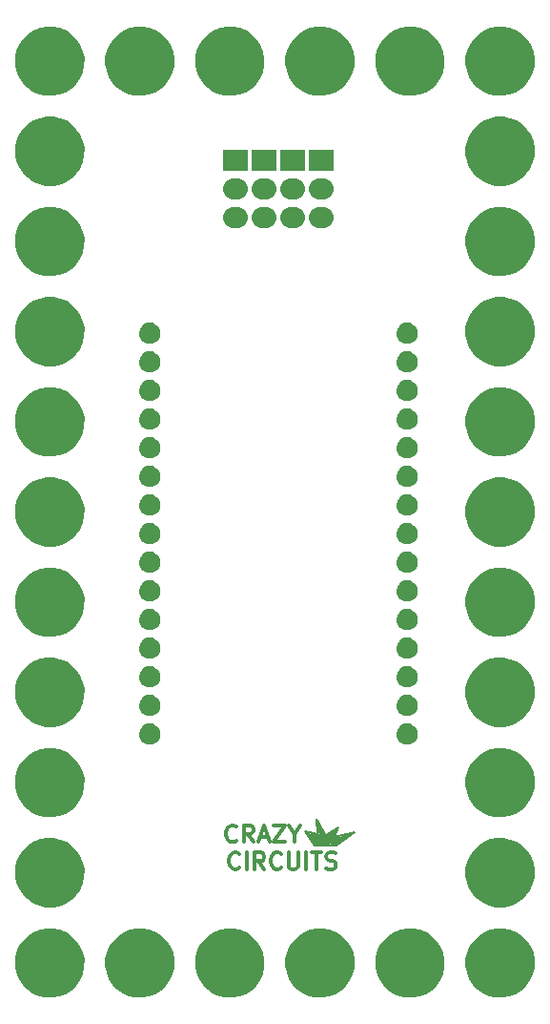
<source format=gts>
%TF.GenerationSoftware,KiCad,Pcbnew,4.0.7-e2-6376~58~ubuntu16.04.1*%
%TF.CreationDate,2018-07-18T10:10:47-07:00*%
%TF.ProjectId,6x11-NodeMCU-V2-Breakout,367831312D4E6F64654D43552D56322D,1.0*%
%TF.FileFunction,Soldermask,Top*%
%FSLAX46Y46*%
G04 Gerber Fmt 4.6, Leading zero omitted, Abs format (unit mm)*
G04 Created by KiCad (PCBNEW 4.0.7-e2-6376~58~ubuntu16.04.1) date Wed Jul 18 10:10:47 2018*
%MOMM*%
%LPD*%
G01*
G04 APERTURE LIST*
%ADD10C,0.350000*%
%ADD11C,0.300000*%
%ADD12C,0.152400*%
%ADD13C,0.254000*%
G04 APERTURE END LIST*
D10*
D11*
X58789572Y-97055714D02*
X58718143Y-97127143D01*
X58503857Y-97198571D01*
X58361000Y-97198571D01*
X58146715Y-97127143D01*
X58003857Y-96984286D01*
X57932429Y-96841429D01*
X57861000Y-96555714D01*
X57861000Y-96341429D01*
X57932429Y-96055714D01*
X58003857Y-95912857D01*
X58146715Y-95770000D01*
X58361000Y-95698571D01*
X58503857Y-95698571D01*
X58718143Y-95770000D01*
X58789572Y-95841429D01*
X59432429Y-97198571D02*
X59432429Y-95698571D01*
X61003858Y-97198571D02*
X60503858Y-96484286D01*
X60146715Y-97198571D02*
X60146715Y-95698571D01*
X60718143Y-95698571D01*
X60861001Y-95770000D01*
X60932429Y-95841429D01*
X61003858Y-95984286D01*
X61003858Y-96198571D01*
X60932429Y-96341429D01*
X60861001Y-96412857D01*
X60718143Y-96484286D01*
X60146715Y-96484286D01*
X62503858Y-97055714D02*
X62432429Y-97127143D01*
X62218143Y-97198571D01*
X62075286Y-97198571D01*
X61861001Y-97127143D01*
X61718143Y-96984286D01*
X61646715Y-96841429D01*
X61575286Y-96555714D01*
X61575286Y-96341429D01*
X61646715Y-96055714D01*
X61718143Y-95912857D01*
X61861001Y-95770000D01*
X62075286Y-95698571D01*
X62218143Y-95698571D01*
X62432429Y-95770000D01*
X62503858Y-95841429D01*
X63146715Y-95698571D02*
X63146715Y-96912857D01*
X63218143Y-97055714D01*
X63289572Y-97127143D01*
X63432429Y-97198571D01*
X63718143Y-97198571D01*
X63861001Y-97127143D01*
X63932429Y-97055714D01*
X64003858Y-96912857D01*
X64003858Y-95698571D01*
X64718144Y-97198571D02*
X64718144Y-95698571D01*
X65218144Y-95698571D02*
X66075287Y-95698571D01*
X65646716Y-97198571D02*
X65646716Y-95698571D01*
X66503858Y-97127143D02*
X66718144Y-97198571D01*
X67075287Y-97198571D01*
X67218144Y-97127143D01*
X67289573Y-97055714D01*
X67361001Y-96912857D01*
X67361001Y-96770000D01*
X67289573Y-96627143D01*
X67218144Y-96555714D01*
X67075287Y-96484286D01*
X66789573Y-96412857D01*
X66646715Y-96341429D01*
X66575287Y-96270000D01*
X66503858Y-96127143D01*
X66503858Y-95984286D01*
X66575287Y-95841429D01*
X66646715Y-95770000D01*
X66789573Y-95698571D01*
X67146715Y-95698571D01*
X67361001Y-95770000D01*
X58547287Y-94642714D02*
X58475858Y-94714143D01*
X58261572Y-94785571D01*
X58118715Y-94785571D01*
X57904430Y-94714143D01*
X57761572Y-94571286D01*
X57690144Y-94428429D01*
X57618715Y-94142714D01*
X57618715Y-93928429D01*
X57690144Y-93642714D01*
X57761572Y-93499857D01*
X57904430Y-93357000D01*
X58118715Y-93285571D01*
X58261572Y-93285571D01*
X58475858Y-93357000D01*
X58547287Y-93428429D01*
X60047287Y-94785571D02*
X59547287Y-94071286D01*
X59190144Y-94785571D02*
X59190144Y-93285571D01*
X59761572Y-93285571D01*
X59904430Y-93357000D01*
X59975858Y-93428429D01*
X60047287Y-93571286D01*
X60047287Y-93785571D01*
X59975858Y-93928429D01*
X59904430Y-93999857D01*
X59761572Y-94071286D01*
X59190144Y-94071286D01*
X60618715Y-94357000D02*
X61333001Y-94357000D01*
X60475858Y-94785571D02*
X60975858Y-93285571D01*
X61475858Y-94785571D01*
X61833001Y-93285571D02*
X62833001Y-93285571D01*
X61833001Y-94785571D01*
X62833001Y-94785571D01*
X63690143Y-94071286D02*
X63690143Y-94785571D01*
X63190143Y-93285571D02*
X63690143Y-94071286D01*
X64190143Y-93285571D01*
D12*
X68580000Y-94043500D02*
X67437000Y-94996000D01*
X67246500Y-94996000D02*
X68580000Y-94043500D01*
X68199000Y-94170500D02*
X67246500Y-94996000D01*
X67119500Y-94932500D02*
X68199000Y-94170500D01*
X68008500Y-94234000D02*
X67119500Y-94932500D01*
X66865500Y-94996000D02*
X68008500Y-94234000D01*
X67691000Y-94361000D02*
X66865500Y-94996000D01*
X66738500Y-94932500D02*
X67691000Y-94361000D01*
X67500500Y-94361000D02*
X66738500Y-94932500D01*
X66738500Y-94805500D02*
X67500500Y-94361000D01*
X67246500Y-94361000D02*
X66738500Y-94805500D01*
X66675000Y-94678500D02*
X67246500Y-94361000D01*
X67246500Y-94170500D02*
X66675000Y-94678500D01*
X67246500Y-94043500D02*
X66611500Y-94551500D01*
X67373500Y-93853000D02*
X66548000Y-94424500D01*
X67373500Y-93726000D02*
X66548000Y-94297500D01*
D13*
X65532000Y-94932500D02*
X64897000Y-94043500D01*
D12*
X67437000Y-95059500D02*
X65468500Y-95059500D01*
X69024500Y-93916500D02*
X67437000Y-95059500D01*
X67246500Y-94361000D02*
X69024500Y-93916500D01*
X67564000Y-93472000D02*
X67246500Y-94361000D01*
X66484500Y-94170500D02*
X67564000Y-93472000D01*
X65659000Y-92710000D02*
X66484500Y-94234000D01*
X65722500Y-94107000D02*
X65659000Y-92710000D01*
X64643000Y-93853000D02*
X65722500Y-94107000D01*
X65468500Y-95059500D02*
X64643000Y-93853000D01*
D13*
X65722500Y-94932500D02*
X65087500Y-94043500D01*
X65913000Y-94932500D02*
X65341500Y-94107000D01*
X66040000Y-94932500D02*
X65595500Y-94170500D01*
X66294000Y-94932500D02*
X65849500Y-94107000D01*
X66484500Y-94932500D02*
X65913000Y-93853000D01*
X66675000Y-94932500D02*
X65786000Y-93218000D01*
X65849500Y-93916500D02*
X65786000Y-93091000D01*
D10*
G36*
X42264510Y-102427447D02*
X42855455Y-102548751D01*
X43411598Y-102782532D01*
X43911734Y-103119878D01*
X44336821Y-103547943D01*
X44670666Y-104050421D01*
X44900556Y-104608176D01*
X45017664Y-105199614D01*
X45017664Y-105199624D01*
X45017731Y-105199963D01*
X45008110Y-105889016D01*
X45008033Y-105889354D01*
X45008033Y-105889362D01*
X44874457Y-106477301D01*
X44629085Y-107028416D01*
X44281337Y-107521378D01*
X43844462Y-107937409D01*
X43335100Y-108260661D01*
X42772654Y-108478819D01*
X42178547Y-108583576D01*
X41575403Y-108570942D01*
X40986200Y-108441397D01*
X40433382Y-108199877D01*
X39938007Y-107855582D01*
X39518937Y-107421623D01*
X39192138Y-106914530D01*
X38970056Y-106353614D01*
X38861155Y-105760258D01*
X38869577Y-105157041D01*
X38995006Y-104566947D01*
X39232659Y-104012458D01*
X39573491Y-103514688D01*
X40004512Y-103092600D01*
X40509313Y-102762268D01*
X41068659Y-102536277D01*
X41661245Y-102423236D01*
X42264510Y-102427447D01*
X42264510Y-102427447D01*
G37*
G36*
X50264510Y-102427447D02*
X50855455Y-102548751D01*
X51411598Y-102782532D01*
X51911734Y-103119878D01*
X52336821Y-103547943D01*
X52670666Y-104050421D01*
X52900556Y-104608176D01*
X53017664Y-105199614D01*
X53017664Y-105199624D01*
X53017731Y-105199963D01*
X53008110Y-105889016D01*
X53008033Y-105889354D01*
X53008033Y-105889362D01*
X52874457Y-106477301D01*
X52629085Y-107028416D01*
X52281337Y-107521378D01*
X51844462Y-107937409D01*
X51335100Y-108260661D01*
X50772654Y-108478819D01*
X50178547Y-108583576D01*
X49575403Y-108570942D01*
X48986200Y-108441397D01*
X48433382Y-108199877D01*
X47938007Y-107855582D01*
X47518937Y-107421623D01*
X47192138Y-106914530D01*
X46970056Y-106353614D01*
X46861155Y-105760258D01*
X46869577Y-105157041D01*
X46995006Y-104566947D01*
X47232659Y-104012458D01*
X47573491Y-103514688D01*
X48004512Y-103092600D01*
X48509313Y-102762268D01*
X49068659Y-102536277D01*
X49661245Y-102423236D01*
X50264510Y-102427447D01*
X50264510Y-102427447D01*
G37*
G36*
X66264510Y-102427447D02*
X66855455Y-102548751D01*
X67411598Y-102782532D01*
X67911734Y-103119878D01*
X68336821Y-103547943D01*
X68670666Y-104050421D01*
X68900556Y-104608176D01*
X69017664Y-105199614D01*
X69017664Y-105199624D01*
X69017731Y-105199963D01*
X69008110Y-105889016D01*
X69008033Y-105889354D01*
X69008033Y-105889362D01*
X68874457Y-106477301D01*
X68629085Y-107028416D01*
X68281337Y-107521378D01*
X67844462Y-107937409D01*
X67335100Y-108260661D01*
X66772654Y-108478819D01*
X66178547Y-108583576D01*
X65575403Y-108570942D01*
X64986200Y-108441397D01*
X64433382Y-108199877D01*
X63938007Y-107855582D01*
X63518937Y-107421623D01*
X63192138Y-106914530D01*
X62970056Y-106353614D01*
X62861155Y-105760258D01*
X62869577Y-105157041D01*
X62995006Y-104566947D01*
X63232659Y-104012458D01*
X63573491Y-103514688D01*
X64004512Y-103092600D01*
X64509313Y-102762268D01*
X65068659Y-102536277D01*
X65661245Y-102423236D01*
X66264510Y-102427447D01*
X66264510Y-102427447D01*
G37*
G36*
X58264510Y-102427447D02*
X58855455Y-102548751D01*
X59411598Y-102782532D01*
X59911734Y-103119878D01*
X60336821Y-103547943D01*
X60670666Y-104050421D01*
X60900556Y-104608176D01*
X61017664Y-105199614D01*
X61017664Y-105199624D01*
X61017731Y-105199963D01*
X61008110Y-105889016D01*
X61008033Y-105889354D01*
X61008033Y-105889362D01*
X60874457Y-106477301D01*
X60629085Y-107028416D01*
X60281337Y-107521378D01*
X59844462Y-107937409D01*
X59335100Y-108260661D01*
X58772654Y-108478819D01*
X58178547Y-108583576D01*
X57575403Y-108570942D01*
X56986200Y-108441397D01*
X56433382Y-108199877D01*
X55938007Y-107855582D01*
X55518937Y-107421623D01*
X55192138Y-106914530D01*
X54970056Y-106353614D01*
X54861155Y-105760258D01*
X54869577Y-105157041D01*
X54995006Y-104566947D01*
X55232659Y-104012458D01*
X55573491Y-103514688D01*
X56004512Y-103092600D01*
X56509313Y-102762268D01*
X57068659Y-102536277D01*
X57661245Y-102423236D01*
X58264510Y-102427447D01*
X58264510Y-102427447D01*
G37*
G36*
X82263510Y-102427447D02*
X82854455Y-102548751D01*
X83410598Y-102782532D01*
X83910734Y-103119878D01*
X84335821Y-103547943D01*
X84669666Y-104050421D01*
X84899556Y-104608176D01*
X85016664Y-105199614D01*
X85016664Y-105199624D01*
X85016731Y-105199963D01*
X85007110Y-105889016D01*
X85007033Y-105889354D01*
X85007033Y-105889362D01*
X84873457Y-106477301D01*
X84628085Y-107028416D01*
X84280337Y-107521378D01*
X83843462Y-107937409D01*
X83334100Y-108260661D01*
X82771654Y-108478819D01*
X82177547Y-108583576D01*
X81574403Y-108570942D01*
X80985200Y-108441397D01*
X80432382Y-108199877D01*
X79937007Y-107855582D01*
X79517937Y-107421623D01*
X79191138Y-106914530D01*
X78969056Y-106353614D01*
X78860155Y-105760258D01*
X78868577Y-105157041D01*
X78994006Y-104566947D01*
X79231659Y-104012458D01*
X79572491Y-103514688D01*
X80003512Y-103092600D01*
X80508313Y-102762268D01*
X81067659Y-102536277D01*
X81660245Y-102423236D01*
X82263510Y-102427447D01*
X82263510Y-102427447D01*
G37*
G36*
X74264510Y-102427447D02*
X74855455Y-102548751D01*
X75411598Y-102782532D01*
X75911734Y-103119878D01*
X76336821Y-103547943D01*
X76670666Y-104050421D01*
X76900556Y-104608176D01*
X77017664Y-105199614D01*
X77017664Y-105199624D01*
X77017731Y-105199963D01*
X77008110Y-105889016D01*
X77008033Y-105889354D01*
X77008033Y-105889362D01*
X76874457Y-106477301D01*
X76629085Y-107028416D01*
X76281337Y-107521378D01*
X75844462Y-107937409D01*
X75335100Y-108260661D01*
X74772654Y-108478819D01*
X74178547Y-108583576D01*
X73575403Y-108570942D01*
X72986200Y-108441397D01*
X72433382Y-108199877D01*
X71938007Y-107855582D01*
X71518937Y-107421623D01*
X71192138Y-106914530D01*
X70970056Y-106353614D01*
X70861155Y-105760258D01*
X70869577Y-105157041D01*
X70995006Y-104566947D01*
X71232659Y-104012458D01*
X71573491Y-103514688D01*
X72004512Y-103092600D01*
X72509313Y-102762268D01*
X73068659Y-102536277D01*
X73661245Y-102423236D01*
X74264510Y-102427447D01*
X74264510Y-102427447D01*
G37*
G36*
X42264510Y-94427447D02*
X42855455Y-94548751D01*
X43411598Y-94782532D01*
X43911734Y-95119878D01*
X44336821Y-95547943D01*
X44670666Y-96050421D01*
X44900556Y-96608176D01*
X45017664Y-97199614D01*
X45017664Y-97199624D01*
X45017731Y-97199963D01*
X45008110Y-97889016D01*
X45008033Y-97889354D01*
X45008033Y-97889362D01*
X44874457Y-98477301D01*
X44629085Y-99028416D01*
X44281337Y-99521378D01*
X43844462Y-99937409D01*
X43335100Y-100260661D01*
X42772654Y-100478819D01*
X42178547Y-100583576D01*
X41575403Y-100570942D01*
X40986200Y-100441397D01*
X40433382Y-100199877D01*
X39938007Y-99855582D01*
X39518937Y-99421623D01*
X39192138Y-98914530D01*
X38970056Y-98353614D01*
X38861155Y-97760258D01*
X38869577Y-97157041D01*
X38995006Y-96566947D01*
X39232659Y-96012458D01*
X39573491Y-95514688D01*
X40004512Y-95092600D01*
X40509313Y-94762268D01*
X41068659Y-94536277D01*
X41661245Y-94423236D01*
X42264510Y-94427447D01*
X42264510Y-94427447D01*
G37*
G36*
X82264510Y-94427447D02*
X82855455Y-94548751D01*
X83411598Y-94782532D01*
X83911734Y-95119878D01*
X84336821Y-95547943D01*
X84670666Y-96050421D01*
X84900556Y-96608176D01*
X85017664Y-97199614D01*
X85017664Y-97199624D01*
X85017731Y-97199963D01*
X85008110Y-97889016D01*
X85008033Y-97889354D01*
X85008033Y-97889362D01*
X84874457Y-98477301D01*
X84629085Y-99028416D01*
X84281337Y-99521378D01*
X83844462Y-99937409D01*
X83335100Y-100260661D01*
X82772654Y-100478819D01*
X82178547Y-100583576D01*
X81575403Y-100570942D01*
X80986200Y-100441397D01*
X80433382Y-100199877D01*
X79938007Y-99855582D01*
X79518937Y-99421623D01*
X79192138Y-98914530D01*
X78970056Y-98353614D01*
X78861155Y-97760258D01*
X78869577Y-97157041D01*
X78995006Y-96566947D01*
X79232659Y-96012458D01*
X79573491Y-95514688D01*
X80004512Y-95092600D01*
X80509313Y-94762268D01*
X81068659Y-94536277D01*
X81661245Y-94423236D01*
X82264510Y-94427447D01*
X82264510Y-94427447D01*
G37*
G36*
X42264510Y-86427447D02*
X42855455Y-86548751D01*
X43411598Y-86782532D01*
X43911734Y-87119878D01*
X44336821Y-87547943D01*
X44670666Y-88050421D01*
X44900556Y-88608176D01*
X45017664Y-89199614D01*
X45017664Y-89199624D01*
X45017731Y-89199963D01*
X45008110Y-89889016D01*
X45008033Y-89889354D01*
X45008033Y-89889362D01*
X44874457Y-90477301D01*
X44629085Y-91028416D01*
X44281337Y-91521378D01*
X43844462Y-91937409D01*
X43335100Y-92260661D01*
X42772654Y-92478819D01*
X42178547Y-92583576D01*
X41575403Y-92570942D01*
X40986200Y-92441397D01*
X40433382Y-92199877D01*
X39938007Y-91855582D01*
X39518937Y-91421623D01*
X39192138Y-90914530D01*
X38970056Y-90353614D01*
X38861155Y-89760258D01*
X38869577Y-89157041D01*
X38995006Y-88566947D01*
X39232659Y-88012458D01*
X39573491Y-87514688D01*
X40004512Y-87092600D01*
X40509313Y-86762268D01*
X41068659Y-86536277D01*
X41661245Y-86423236D01*
X42264510Y-86427447D01*
X42264510Y-86427447D01*
G37*
G36*
X82264510Y-86427447D02*
X82855455Y-86548751D01*
X83411598Y-86782532D01*
X83911734Y-87119878D01*
X84336821Y-87547943D01*
X84670666Y-88050421D01*
X84900556Y-88608176D01*
X85017664Y-89199614D01*
X85017664Y-89199624D01*
X85017731Y-89199963D01*
X85008110Y-89889016D01*
X85008033Y-89889354D01*
X85008033Y-89889362D01*
X84874457Y-90477301D01*
X84629085Y-91028416D01*
X84281337Y-91521378D01*
X83844462Y-91937409D01*
X83335100Y-92260661D01*
X82772654Y-92478819D01*
X82178547Y-92583576D01*
X81575403Y-92570942D01*
X80986200Y-92441397D01*
X80433382Y-92199877D01*
X79938007Y-91855582D01*
X79518937Y-91421623D01*
X79192138Y-90914530D01*
X78970056Y-90353614D01*
X78861155Y-89760258D01*
X78869577Y-89157041D01*
X78995006Y-88566947D01*
X79232659Y-88012458D01*
X79573491Y-87514688D01*
X80004512Y-87092600D01*
X80509313Y-86762268D01*
X81068659Y-86536277D01*
X81661245Y-86423236D01*
X82264510Y-86427447D01*
X82264510Y-86427447D01*
G37*
G36*
X50930115Y-84252424D02*
X51110648Y-84289483D01*
X51280558Y-84360906D01*
X51433349Y-84463966D01*
X51563221Y-84594746D01*
X51665210Y-84748253D01*
X51735443Y-84918651D01*
X51771172Y-85099099D01*
X51771172Y-85099104D01*
X51771240Y-85099448D01*
X51768301Y-85309958D01*
X51768224Y-85310296D01*
X51768224Y-85310306D01*
X51727470Y-85489686D01*
X51652508Y-85658052D01*
X51546268Y-85808656D01*
X51412799Y-85935757D01*
X51257184Y-86034514D01*
X51085354Y-86101162D01*
X50903852Y-86133166D01*
X50719586Y-86129306D01*
X50539579Y-86089729D01*
X50370688Y-86015943D01*
X50219350Y-85910760D01*
X50091321Y-85778182D01*
X49991481Y-85623261D01*
X49923632Y-85451893D01*
X49890363Y-85270623D01*
X49892935Y-85086336D01*
X49931256Y-84906056D01*
X50003859Y-84736657D01*
X50107987Y-84584584D01*
X50239666Y-84455633D01*
X50393887Y-84354714D01*
X50564772Y-84285672D01*
X50745809Y-84251138D01*
X50930115Y-84252424D01*
X50930115Y-84252424D01*
G37*
G36*
X73790115Y-84252424D02*
X73970648Y-84289483D01*
X74140558Y-84360906D01*
X74293349Y-84463966D01*
X74423221Y-84594746D01*
X74525210Y-84748253D01*
X74595443Y-84918651D01*
X74631172Y-85099099D01*
X74631172Y-85099104D01*
X74631240Y-85099448D01*
X74628301Y-85309958D01*
X74628224Y-85310296D01*
X74628224Y-85310306D01*
X74587470Y-85489686D01*
X74512508Y-85658052D01*
X74406268Y-85808656D01*
X74272799Y-85935757D01*
X74117184Y-86034514D01*
X73945354Y-86101162D01*
X73763852Y-86133166D01*
X73579586Y-86129306D01*
X73399579Y-86089729D01*
X73230688Y-86015943D01*
X73079350Y-85910760D01*
X72951321Y-85778182D01*
X72851481Y-85623261D01*
X72783632Y-85451893D01*
X72750363Y-85270623D01*
X72752935Y-85086336D01*
X72791256Y-84906056D01*
X72863859Y-84736657D01*
X72967987Y-84584584D01*
X73099666Y-84455633D01*
X73253887Y-84354714D01*
X73424772Y-84285672D01*
X73605809Y-84251138D01*
X73790115Y-84252424D01*
X73790115Y-84252424D01*
G37*
G36*
X82264510Y-78427447D02*
X82855455Y-78548751D01*
X83411598Y-78782532D01*
X83911734Y-79119878D01*
X84336821Y-79547943D01*
X84670666Y-80050421D01*
X84900556Y-80608176D01*
X85017664Y-81199614D01*
X85017664Y-81199624D01*
X85017731Y-81199963D01*
X85008110Y-81889016D01*
X85008033Y-81889354D01*
X85008033Y-81889362D01*
X84874457Y-82477301D01*
X84629085Y-83028416D01*
X84281337Y-83521378D01*
X83844462Y-83937409D01*
X83335100Y-84260661D01*
X82772654Y-84478819D01*
X82178547Y-84583576D01*
X81575403Y-84570942D01*
X80986200Y-84441397D01*
X80433382Y-84199877D01*
X79938007Y-83855582D01*
X79518937Y-83421623D01*
X79192138Y-82914530D01*
X78970056Y-82353614D01*
X78861155Y-81760258D01*
X78869577Y-81157041D01*
X78995006Y-80566947D01*
X79232659Y-80012458D01*
X79573491Y-79514688D01*
X80004512Y-79092600D01*
X80509313Y-78762268D01*
X81068659Y-78536277D01*
X81661245Y-78423236D01*
X82264510Y-78427447D01*
X82264510Y-78427447D01*
G37*
G36*
X42264510Y-78427447D02*
X42855455Y-78548751D01*
X43411598Y-78782532D01*
X43911734Y-79119878D01*
X44336821Y-79547943D01*
X44670666Y-80050421D01*
X44900556Y-80608176D01*
X45017664Y-81199614D01*
X45017664Y-81199624D01*
X45017731Y-81199963D01*
X45008110Y-81889016D01*
X45008033Y-81889354D01*
X45008033Y-81889362D01*
X44874457Y-82477301D01*
X44629085Y-83028416D01*
X44281337Y-83521378D01*
X43844462Y-83937409D01*
X43335100Y-84260661D01*
X42772654Y-84478819D01*
X42178547Y-84583576D01*
X41575403Y-84570942D01*
X40986200Y-84441397D01*
X40433382Y-84199877D01*
X39938007Y-83855582D01*
X39518937Y-83421623D01*
X39192138Y-82914530D01*
X38970056Y-82353614D01*
X38861155Y-81760258D01*
X38869577Y-81157041D01*
X38995006Y-80566947D01*
X39232659Y-80012458D01*
X39573491Y-79514688D01*
X40004512Y-79092600D01*
X40509313Y-78762268D01*
X41068659Y-78536277D01*
X41661245Y-78423236D01*
X42264510Y-78427447D01*
X42264510Y-78427447D01*
G37*
G36*
X50930115Y-81712424D02*
X51110648Y-81749483D01*
X51280558Y-81820906D01*
X51433349Y-81923966D01*
X51563221Y-82054746D01*
X51665210Y-82208253D01*
X51735443Y-82378651D01*
X51771172Y-82559099D01*
X51771172Y-82559104D01*
X51771240Y-82559448D01*
X51768301Y-82769958D01*
X51768224Y-82770296D01*
X51768224Y-82770306D01*
X51727470Y-82949686D01*
X51652508Y-83118052D01*
X51546268Y-83268656D01*
X51412799Y-83395757D01*
X51257184Y-83494514D01*
X51085354Y-83561162D01*
X50903852Y-83593166D01*
X50719586Y-83589306D01*
X50539579Y-83549729D01*
X50370688Y-83475943D01*
X50219350Y-83370760D01*
X50091321Y-83238182D01*
X49991481Y-83083261D01*
X49923632Y-82911893D01*
X49890363Y-82730623D01*
X49892935Y-82546336D01*
X49931256Y-82366056D01*
X50003859Y-82196657D01*
X50107987Y-82044584D01*
X50239666Y-81915633D01*
X50393887Y-81814714D01*
X50564772Y-81745672D01*
X50745809Y-81711138D01*
X50930115Y-81712424D01*
X50930115Y-81712424D01*
G37*
G36*
X73790115Y-81712424D02*
X73970648Y-81749483D01*
X74140558Y-81820906D01*
X74293349Y-81923966D01*
X74423221Y-82054746D01*
X74525210Y-82208253D01*
X74595443Y-82378651D01*
X74631172Y-82559099D01*
X74631172Y-82559104D01*
X74631240Y-82559448D01*
X74628301Y-82769958D01*
X74628224Y-82770296D01*
X74628224Y-82770306D01*
X74587470Y-82949686D01*
X74512508Y-83118052D01*
X74406268Y-83268656D01*
X74272799Y-83395757D01*
X74117184Y-83494514D01*
X73945354Y-83561162D01*
X73763852Y-83593166D01*
X73579586Y-83589306D01*
X73399579Y-83549729D01*
X73230688Y-83475943D01*
X73079350Y-83370760D01*
X72951321Y-83238182D01*
X72851481Y-83083261D01*
X72783632Y-82911893D01*
X72750363Y-82730623D01*
X72752935Y-82546336D01*
X72791256Y-82366056D01*
X72863859Y-82196657D01*
X72967987Y-82044584D01*
X73099666Y-81915633D01*
X73253887Y-81814714D01*
X73424772Y-81745672D01*
X73605809Y-81711138D01*
X73790115Y-81712424D01*
X73790115Y-81712424D01*
G37*
G36*
X50930115Y-79172424D02*
X51110648Y-79209483D01*
X51280558Y-79280906D01*
X51433349Y-79383966D01*
X51563221Y-79514746D01*
X51665210Y-79668253D01*
X51735443Y-79838651D01*
X51771172Y-80019099D01*
X51771172Y-80019104D01*
X51771240Y-80019448D01*
X51768301Y-80229958D01*
X51768224Y-80230296D01*
X51768224Y-80230306D01*
X51727470Y-80409686D01*
X51652508Y-80578052D01*
X51546268Y-80728656D01*
X51412799Y-80855757D01*
X51257184Y-80954514D01*
X51085354Y-81021162D01*
X50903852Y-81053166D01*
X50719586Y-81049306D01*
X50539579Y-81009729D01*
X50370688Y-80935943D01*
X50219350Y-80830760D01*
X50091321Y-80698182D01*
X49991481Y-80543261D01*
X49923632Y-80371893D01*
X49890363Y-80190623D01*
X49892935Y-80006336D01*
X49931256Y-79826056D01*
X50003859Y-79656657D01*
X50107987Y-79504584D01*
X50239666Y-79375633D01*
X50393887Y-79274714D01*
X50564772Y-79205672D01*
X50745809Y-79171138D01*
X50930115Y-79172424D01*
X50930115Y-79172424D01*
G37*
G36*
X73790115Y-79172424D02*
X73970648Y-79209483D01*
X74140558Y-79280906D01*
X74293349Y-79383966D01*
X74423221Y-79514746D01*
X74525210Y-79668253D01*
X74595443Y-79838651D01*
X74631172Y-80019099D01*
X74631172Y-80019104D01*
X74631240Y-80019448D01*
X74628301Y-80229958D01*
X74628224Y-80230296D01*
X74628224Y-80230306D01*
X74587470Y-80409686D01*
X74512508Y-80578052D01*
X74406268Y-80728656D01*
X74272799Y-80855757D01*
X74117184Y-80954514D01*
X73945354Y-81021162D01*
X73763852Y-81053166D01*
X73579586Y-81049306D01*
X73399579Y-81009729D01*
X73230688Y-80935943D01*
X73079350Y-80830760D01*
X72951321Y-80698182D01*
X72851481Y-80543261D01*
X72783632Y-80371893D01*
X72750363Y-80190623D01*
X72752935Y-80006336D01*
X72791256Y-79826056D01*
X72863859Y-79656657D01*
X72967987Y-79504584D01*
X73099666Y-79375633D01*
X73253887Y-79274714D01*
X73424772Y-79205672D01*
X73605809Y-79171138D01*
X73790115Y-79172424D01*
X73790115Y-79172424D01*
G37*
G36*
X50930115Y-76632424D02*
X51110648Y-76669483D01*
X51280558Y-76740906D01*
X51433349Y-76843966D01*
X51563221Y-76974746D01*
X51665210Y-77128253D01*
X51735443Y-77298651D01*
X51771172Y-77479099D01*
X51771172Y-77479104D01*
X51771240Y-77479448D01*
X51768301Y-77689958D01*
X51768224Y-77690296D01*
X51768224Y-77690306D01*
X51727470Y-77869686D01*
X51652508Y-78038052D01*
X51546268Y-78188656D01*
X51412799Y-78315757D01*
X51257184Y-78414514D01*
X51085354Y-78481162D01*
X50903852Y-78513166D01*
X50719586Y-78509306D01*
X50539579Y-78469729D01*
X50370688Y-78395943D01*
X50219350Y-78290760D01*
X50091321Y-78158182D01*
X49991481Y-78003261D01*
X49923632Y-77831893D01*
X49890363Y-77650623D01*
X49892935Y-77466336D01*
X49931256Y-77286056D01*
X50003859Y-77116657D01*
X50107987Y-76964584D01*
X50239666Y-76835633D01*
X50393887Y-76734714D01*
X50564772Y-76665672D01*
X50745809Y-76631138D01*
X50930115Y-76632424D01*
X50930115Y-76632424D01*
G37*
G36*
X73790115Y-76632424D02*
X73970648Y-76669483D01*
X74140558Y-76740906D01*
X74293349Y-76843966D01*
X74423221Y-76974746D01*
X74525210Y-77128253D01*
X74595443Y-77298651D01*
X74631172Y-77479099D01*
X74631172Y-77479104D01*
X74631240Y-77479448D01*
X74628301Y-77689958D01*
X74628224Y-77690296D01*
X74628224Y-77690306D01*
X74587470Y-77869686D01*
X74512508Y-78038052D01*
X74406268Y-78188656D01*
X74272799Y-78315757D01*
X74117184Y-78414514D01*
X73945354Y-78481162D01*
X73763852Y-78513166D01*
X73579586Y-78509306D01*
X73399579Y-78469729D01*
X73230688Y-78395943D01*
X73079350Y-78290760D01*
X72951321Y-78158182D01*
X72851481Y-78003261D01*
X72783632Y-77831893D01*
X72750363Y-77650623D01*
X72752935Y-77466336D01*
X72791256Y-77286056D01*
X72863859Y-77116657D01*
X72967987Y-76964584D01*
X73099666Y-76835633D01*
X73253887Y-76734714D01*
X73424772Y-76665672D01*
X73605809Y-76631138D01*
X73790115Y-76632424D01*
X73790115Y-76632424D01*
G37*
G36*
X82263510Y-70427447D02*
X82854455Y-70548751D01*
X83410598Y-70782532D01*
X83910734Y-71119878D01*
X84335821Y-71547943D01*
X84669666Y-72050421D01*
X84899556Y-72608176D01*
X85016664Y-73199614D01*
X85016664Y-73199624D01*
X85016731Y-73199963D01*
X85007110Y-73889016D01*
X85007033Y-73889354D01*
X85007033Y-73889362D01*
X84873457Y-74477301D01*
X84628085Y-75028416D01*
X84280337Y-75521378D01*
X83843462Y-75937409D01*
X83334100Y-76260661D01*
X82771654Y-76478819D01*
X82177547Y-76583576D01*
X81574403Y-76570942D01*
X80985200Y-76441397D01*
X80432382Y-76199877D01*
X79937007Y-75855582D01*
X79517937Y-75421623D01*
X79191138Y-74914530D01*
X78969056Y-74353614D01*
X78860155Y-73760258D01*
X78868577Y-73157041D01*
X78994006Y-72566947D01*
X79231659Y-72012458D01*
X79572491Y-71514688D01*
X80003512Y-71092600D01*
X80508313Y-70762268D01*
X81067659Y-70536277D01*
X81660245Y-70423236D01*
X82263510Y-70427447D01*
X82263510Y-70427447D01*
G37*
G36*
X42264510Y-70427447D02*
X42855455Y-70548751D01*
X43411598Y-70782532D01*
X43911734Y-71119878D01*
X44336821Y-71547943D01*
X44670666Y-72050421D01*
X44900556Y-72608176D01*
X45017664Y-73199614D01*
X45017664Y-73199624D01*
X45017731Y-73199963D01*
X45008110Y-73889016D01*
X45008033Y-73889354D01*
X45008033Y-73889362D01*
X44874457Y-74477301D01*
X44629085Y-75028416D01*
X44281337Y-75521378D01*
X43844462Y-75937409D01*
X43335100Y-76260661D01*
X42772654Y-76478819D01*
X42178547Y-76583576D01*
X41575403Y-76570942D01*
X40986200Y-76441397D01*
X40433382Y-76199877D01*
X39938007Y-75855582D01*
X39518937Y-75421623D01*
X39192138Y-74914530D01*
X38970056Y-74353614D01*
X38861155Y-73760258D01*
X38869577Y-73157041D01*
X38995006Y-72566947D01*
X39232659Y-72012458D01*
X39573491Y-71514688D01*
X40004512Y-71092600D01*
X40509313Y-70762268D01*
X41068659Y-70536277D01*
X41661245Y-70423236D01*
X42264510Y-70427447D01*
X42264510Y-70427447D01*
G37*
G36*
X73790115Y-74092424D02*
X73970648Y-74129483D01*
X74140558Y-74200906D01*
X74293349Y-74303966D01*
X74423221Y-74434746D01*
X74525210Y-74588253D01*
X74595443Y-74758651D01*
X74631172Y-74939099D01*
X74631172Y-74939104D01*
X74631240Y-74939448D01*
X74628301Y-75149958D01*
X74628224Y-75150296D01*
X74628224Y-75150306D01*
X74587470Y-75329686D01*
X74512508Y-75498052D01*
X74406268Y-75648656D01*
X74272799Y-75775757D01*
X74117184Y-75874514D01*
X73945354Y-75941162D01*
X73763852Y-75973166D01*
X73579586Y-75969306D01*
X73399579Y-75929729D01*
X73230688Y-75855943D01*
X73079350Y-75750760D01*
X72951321Y-75618182D01*
X72851481Y-75463261D01*
X72783632Y-75291893D01*
X72750363Y-75110623D01*
X72752935Y-74926336D01*
X72791256Y-74746056D01*
X72863859Y-74576657D01*
X72967987Y-74424584D01*
X73099666Y-74295633D01*
X73253887Y-74194714D01*
X73424772Y-74125672D01*
X73605809Y-74091138D01*
X73790115Y-74092424D01*
X73790115Y-74092424D01*
G37*
G36*
X50930115Y-74092424D02*
X51110648Y-74129483D01*
X51280558Y-74200906D01*
X51433349Y-74303966D01*
X51563221Y-74434746D01*
X51665210Y-74588253D01*
X51735443Y-74758651D01*
X51771172Y-74939099D01*
X51771172Y-74939104D01*
X51771240Y-74939448D01*
X51768301Y-75149958D01*
X51768224Y-75150296D01*
X51768224Y-75150306D01*
X51727470Y-75329686D01*
X51652508Y-75498052D01*
X51546268Y-75648656D01*
X51412799Y-75775757D01*
X51257184Y-75874514D01*
X51085354Y-75941162D01*
X50903852Y-75973166D01*
X50719586Y-75969306D01*
X50539579Y-75929729D01*
X50370688Y-75855943D01*
X50219350Y-75750760D01*
X50091321Y-75618182D01*
X49991481Y-75463261D01*
X49923632Y-75291893D01*
X49890363Y-75110623D01*
X49892935Y-74926336D01*
X49931256Y-74746056D01*
X50003859Y-74576657D01*
X50107987Y-74424584D01*
X50239666Y-74295633D01*
X50393887Y-74194714D01*
X50564772Y-74125672D01*
X50745809Y-74091138D01*
X50930115Y-74092424D01*
X50930115Y-74092424D01*
G37*
G36*
X73790115Y-71552424D02*
X73970648Y-71589483D01*
X74140558Y-71660906D01*
X74293349Y-71763966D01*
X74423221Y-71894746D01*
X74525210Y-72048253D01*
X74595443Y-72218651D01*
X74631172Y-72399099D01*
X74631172Y-72399104D01*
X74631240Y-72399448D01*
X74628301Y-72609958D01*
X74628224Y-72610296D01*
X74628224Y-72610306D01*
X74587470Y-72789686D01*
X74512508Y-72958052D01*
X74406268Y-73108656D01*
X74272799Y-73235757D01*
X74117184Y-73334514D01*
X73945354Y-73401162D01*
X73763852Y-73433166D01*
X73579586Y-73429306D01*
X73399579Y-73389729D01*
X73230688Y-73315943D01*
X73079350Y-73210760D01*
X72951321Y-73078182D01*
X72851481Y-72923261D01*
X72783632Y-72751893D01*
X72750363Y-72570623D01*
X72752935Y-72386336D01*
X72791256Y-72206056D01*
X72863859Y-72036657D01*
X72967987Y-71884584D01*
X73099666Y-71755633D01*
X73253887Y-71654714D01*
X73424772Y-71585672D01*
X73605809Y-71551138D01*
X73790115Y-71552424D01*
X73790115Y-71552424D01*
G37*
G36*
X50930115Y-71552424D02*
X51110648Y-71589483D01*
X51280558Y-71660906D01*
X51433349Y-71763966D01*
X51563221Y-71894746D01*
X51665210Y-72048253D01*
X51735443Y-72218651D01*
X51771172Y-72399099D01*
X51771172Y-72399104D01*
X51771240Y-72399448D01*
X51768301Y-72609958D01*
X51768224Y-72610296D01*
X51768224Y-72610306D01*
X51727470Y-72789686D01*
X51652508Y-72958052D01*
X51546268Y-73108656D01*
X51412799Y-73235757D01*
X51257184Y-73334514D01*
X51085354Y-73401162D01*
X50903852Y-73433166D01*
X50719586Y-73429306D01*
X50539579Y-73389729D01*
X50370688Y-73315943D01*
X50219350Y-73210760D01*
X50091321Y-73078182D01*
X49991481Y-72923261D01*
X49923632Y-72751893D01*
X49890363Y-72570623D01*
X49892935Y-72386336D01*
X49931256Y-72206056D01*
X50003859Y-72036657D01*
X50107987Y-71884584D01*
X50239666Y-71755633D01*
X50393887Y-71654714D01*
X50564772Y-71585672D01*
X50745809Y-71551138D01*
X50930115Y-71552424D01*
X50930115Y-71552424D01*
G37*
G36*
X50930115Y-69012424D02*
X51110648Y-69049483D01*
X51280558Y-69120906D01*
X51433349Y-69223966D01*
X51563221Y-69354746D01*
X51665210Y-69508253D01*
X51735443Y-69678651D01*
X51771172Y-69859099D01*
X51771172Y-69859104D01*
X51771240Y-69859448D01*
X51768301Y-70069958D01*
X51768224Y-70070296D01*
X51768224Y-70070306D01*
X51727470Y-70249686D01*
X51652508Y-70418052D01*
X51546268Y-70568656D01*
X51412799Y-70695757D01*
X51257184Y-70794514D01*
X51085354Y-70861162D01*
X50903852Y-70893166D01*
X50719586Y-70889306D01*
X50539579Y-70849729D01*
X50370688Y-70775943D01*
X50219350Y-70670760D01*
X50091321Y-70538182D01*
X49991481Y-70383261D01*
X49923632Y-70211893D01*
X49890363Y-70030623D01*
X49892935Y-69846336D01*
X49931256Y-69666056D01*
X50003859Y-69496657D01*
X50107987Y-69344584D01*
X50239666Y-69215633D01*
X50393887Y-69114714D01*
X50564772Y-69045672D01*
X50745809Y-69011138D01*
X50930115Y-69012424D01*
X50930115Y-69012424D01*
G37*
G36*
X73790115Y-69012424D02*
X73970648Y-69049483D01*
X74140558Y-69120906D01*
X74293349Y-69223966D01*
X74423221Y-69354746D01*
X74525210Y-69508253D01*
X74595443Y-69678651D01*
X74631172Y-69859099D01*
X74631172Y-69859104D01*
X74631240Y-69859448D01*
X74628301Y-70069958D01*
X74628224Y-70070296D01*
X74628224Y-70070306D01*
X74587470Y-70249686D01*
X74512508Y-70418052D01*
X74406268Y-70568656D01*
X74272799Y-70695757D01*
X74117184Y-70794514D01*
X73945354Y-70861162D01*
X73763852Y-70893166D01*
X73579586Y-70889306D01*
X73399579Y-70849729D01*
X73230688Y-70775943D01*
X73079350Y-70670760D01*
X72951321Y-70538182D01*
X72851481Y-70383261D01*
X72783632Y-70211893D01*
X72750363Y-70030623D01*
X72752935Y-69846336D01*
X72791256Y-69666056D01*
X72863859Y-69496657D01*
X72967987Y-69344584D01*
X73099666Y-69215633D01*
X73253887Y-69114714D01*
X73424772Y-69045672D01*
X73605809Y-69011138D01*
X73790115Y-69012424D01*
X73790115Y-69012424D01*
G37*
G36*
X42264510Y-62427447D02*
X42855455Y-62548751D01*
X43411598Y-62782532D01*
X43911734Y-63119878D01*
X44336821Y-63547943D01*
X44670666Y-64050421D01*
X44900556Y-64608176D01*
X45017664Y-65199614D01*
X45017664Y-65199624D01*
X45017731Y-65199963D01*
X45008110Y-65889016D01*
X45008033Y-65889354D01*
X45008033Y-65889362D01*
X44874457Y-66477301D01*
X44629085Y-67028416D01*
X44281337Y-67521378D01*
X43844462Y-67937409D01*
X43335100Y-68260661D01*
X42772654Y-68478819D01*
X42178547Y-68583576D01*
X41575403Y-68570942D01*
X40986200Y-68441397D01*
X40433382Y-68199877D01*
X39938007Y-67855582D01*
X39518937Y-67421623D01*
X39192138Y-66914530D01*
X38970056Y-66353614D01*
X38861155Y-65760258D01*
X38869577Y-65157041D01*
X38995006Y-64566947D01*
X39232659Y-64012458D01*
X39573491Y-63514688D01*
X40004512Y-63092600D01*
X40509313Y-62762268D01*
X41068659Y-62536277D01*
X41661245Y-62423236D01*
X42264510Y-62427447D01*
X42264510Y-62427447D01*
G37*
G36*
X82264510Y-62427447D02*
X82855455Y-62548751D01*
X83411598Y-62782532D01*
X83911734Y-63119878D01*
X84336821Y-63547943D01*
X84670666Y-64050421D01*
X84900556Y-64608176D01*
X85017664Y-65199614D01*
X85017664Y-65199624D01*
X85017731Y-65199963D01*
X85008110Y-65889016D01*
X85008033Y-65889354D01*
X85008033Y-65889362D01*
X84874457Y-66477301D01*
X84629085Y-67028416D01*
X84281337Y-67521378D01*
X83844462Y-67937409D01*
X83335100Y-68260661D01*
X82772654Y-68478819D01*
X82178547Y-68583576D01*
X81575403Y-68570942D01*
X80986200Y-68441397D01*
X80433382Y-68199877D01*
X79938007Y-67855582D01*
X79518937Y-67421623D01*
X79192138Y-66914530D01*
X78970056Y-66353614D01*
X78861155Y-65760258D01*
X78869577Y-65157041D01*
X78995006Y-64566947D01*
X79232659Y-64012458D01*
X79573491Y-63514688D01*
X80004512Y-63092600D01*
X80509313Y-62762268D01*
X81068659Y-62536277D01*
X81661245Y-62423236D01*
X82264510Y-62427447D01*
X82264510Y-62427447D01*
G37*
G36*
X50930115Y-66472424D02*
X51110648Y-66509483D01*
X51280558Y-66580906D01*
X51433349Y-66683966D01*
X51563221Y-66814746D01*
X51665210Y-66968253D01*
X51735443Y-67138651D01*
X51771172Y-67319099D01*
X51771172Y-67319104D01*
X51771240Y-67319448D01*
X51768301Y-67529958D01*
X51768224Y-67530296D01*
X51768224Y-67530306D01*
X51727470Y-67709686D01*
X51652508Y-67878052D01*
X51546268Y-68028656D01*
X51412799Y-68155757D01*
X51257184Y-68254514D01*
X51085354Y-68321162D01*
X50903852Y-68353166D01*
X50719586Y-68349306D01*
X50539579Y-68309729D01*
X50370688Y-68235943D01*
X50219350Y-68130760D01*
X50091321Y-67998182D01*
X49991481Y-67843261D01*
X49923632Y-67671893D01*
X49890363Y-67490623D01*
X49892935Y-67306336D01*
X49931256Y-67126056D01*
X50003859Y-66956657D01*
X50107987Y-66804584D01*
X50239666Y-66675633D01*
X50393887Y-66574714D01*
X50564772Y-66505672D01*
X50745809Y-66471138D01*
X50930115Y-66472424D01*
X50930115Y-66472424D01*
G37*
G36*
X73790115Y-66472424D02*
X73970648Y-66509483D01*
X74140558Y-66580906D01*
X74293349Y-66683966D01*
X74423221Y-66814746D01*
X74525210Y-66968253D01*
X74595443Y-67138651D01*
X74631172Y-67319099D01*
X74631172Y-67319104D01*
X74631240Y-67319448D01*
X74628301Y-67529958D01*
X74628224Y-67530296D01*
X74628224Y-67530306D01*
X74587470Y-67709686D01*
X74512508Y-67878052D01*
X74406268Y-68028656D01*
X74272799Y-68155757D01*
X74117184Y-68254514D01*
X73945354Y-68321162D01*
X73763852Y-68353166D01*
X73579586Y-68349306D01*
X73399579Y-68309729D01*
X73230688Y-68235943D01*
X73079350Y-68130760D01*
X72951321Y-67998182D01*
X72851481Y-67843261D01*
X72783632Y-67671893D01*
X72750363Y-67490623D01*
X72752935Y-67306336D01*
X72791256Y-67126056D01*
X72863859Y-66956657D01*
X72967987Y-66804584D01*
X73099666Y-66675633D01*
X73253887Y-66574714D01*
X73424772Y-66505672D01*
X73605809Y-66471138D01*
X73790115Y-66472424D01*
X73790115Y-66472424D01*
G37*
G36*
X73790115Y-63932424D02*
X73970648Y-63969483D01*
X74140558Y-64040906D01*
X74293349Y-64143966D01*
X74423221Y-64274746D01*
X74525210Y-64428253D01*
X74595443Y-64598651D01*
X74631172Y-64779099D01*
X74631172Y-64779104D01*
X74631240Y-64779448D01*
X74628301Y-64989958D01*
X74628224Y-64990296D01*
X74628224Y-64990306D01*
X74587470Y-65169686D01*
X74512508Y-65338052D01*
X74406268Y-65488656D01*
X74272799Y-65615757D01*
X74117184Y-65714514D01*
X73945354Y-65781162D01*
X73763852Y-65813166D01*
X73579586Y-65809306D01*
X73399579Y-65769729D01*
X73230688Y-65695943D01*
X73079350Y-65590760D01*
X72951321Y-65458182D01*
X72851481Y-65303261D01*
X72783632Y-65131893D01*
X72750363Y-64950623D01*
X72752935Y-64766336D01*
X72791256Y-64586056D01*
X72863859Y-64416657D01*
X72967987Y-64264584D01*
X73099666Y-64135633D01*
X73253887Y-64034714D01*
X73424772Y-63965672D01*
X73605809Y-63931138D01*
X73790115Y-63932424D01*
X73790115Y-63932424D01*
G37*
G36*
X50930115Y-63932424D02*
X51110648Y-63969483D01*
X51280558Y-64040906D01*
X51433349Y-64143966D01*
X51563221Y-64274746D01*
X51665210Y-64428253D01*
X51735443Y-64598651D01*
X51771172Y-64779099D01*
X51771172Y-64779104D01*
X51771240Y-64779448D01*
X51768301Y-64989958D01*
X51768224Y-64990296D01*
X51768224Y-64990306D01*
X51727470Y-65169686D01*
X51652508Y-65338052D01*
X51546268Y-65488656D01*
X51412799Y-65615757D01*
X51257184Y-65714514D01*
X51085354Y-65781162D01*
X50903852Y-65813166D01*
X50719586Y-65809306D01*
X50539579Y-65769729D01*
X50370688Y-65695943D01*
X50219350Y-65590760D01*
X50091321Y-65458182D01*
X49991481Y-65303261D01*
X49923632Y-65131893D01*
X49890363Y-64950623D01*
X49892935Y-64766336D01*
X49931256Y-64586056D01*
X50003859Y-64416657D01*
X50107987Y-64264584D01*
X50239666Y-64135633D01*
X50393887Y-64034714D01*
X50564772Y-63965672D01*
X50745809Y-63931138D01*
X50930115Y-63932424D01*
X50930115Y-63932424D01*
G37*
G36*
X73790115Y-61392424D02*
X73970648Y-61429483D01*
X74140558Y-61500906D01*
X74293349Y-61603966D01*
X74423221Y-61734746D01*
X74525210Y-61888253D01*
X74595443Y-62058651D01*
X74631172Y-62239099D01*
X74631172Y-62239104D01*
X74631240Y-62239448D01*
X74628301Y-62449958D01*
X74628224Y-62450296D01*
X74628224Y-62450306D01*
X74587470Y-62629686D01*
X74512508Y-62798052D01*
X74406268Y-62948656D01*
X74272799Y-63075757D01*
X74117184Y-63174514D01*
X73945354Y-63241162D01*
X73763852Y-63273166D01*
X73579586Y-63269306D01*
X73399579Y-63229729D01*
X73230688Y-63155943D01*
X73079350Y-63050760D01*
X72951321Y-62918182D01*
X72851481Y-62763261D01*
X72783632Y-62591893D01*
X72750363Y-62410623D01*
X72752935Y-62226336D01*
X72791256Y-62046056D01*
X72863859Y-61876657D01*
X72967987Y-61724584D01*
X73099666Y-61595633D01*
X73253887Y-61494714D01*
X73424772Y-61425672D01*
X73605809Y-61391138D01*
X73790115Y-61392424D01*
X73790115Y-61392424D01*
G37*
G36*
X50930115Y-61392424D02*
X51110648Y-61429483D01*
X51280558Y-61500906D01*
X51433349Y-61603966D01*
X51563221Y-61734746D01*
X51665210Y-61888253D01*
X51735443Y-62058651D01*
X51771172Y-62239099D01*
X51771172Y-62239104D01*
X51771240Y-62239448D01*
X51768301Y-62449958D01*
X51768224Y-62450296D01*
X51768224Y-62450306D01*
X51727470Y-62629686D01*
X51652508Y-62798052D01*
X51546268Y-62948656D01*
X51412799Y-63075757D01*
X51257184Y-63174514D01*
X51085354Y-63241162D01*
X50903852Y-63273166D01*
X50719586Y-63269306D01*
X50539579Y-63229729D01*
X50370688Y-63155943D01*
X50219350Y-63050760D01*
X50091321Y-62918182D01*
X49991481Y-62763261D01*
X49923632Y-62591893D01*
X49890363Y-62410623D01*
X49892935Y-62226336D01*
X49931256Y-62046056D01*
X50003859Y-61876657D01*
X50107987Y-61724584D01*
X50239666Y-61595633D01*
X50393887Y-61494714D01*
X50564772Y-61425672D01*
X50745809Y-61391138D01*
X50930115Y-61392424D01*
X50930115Y-61392424D01*
G37*
G36*
X50930115Y-58852424D02*
X51110648Y-58889483D01*
X51280558Y-58960906D01*
X51433349Y-59063966D01*
X51563221Y-59194746D01*
X51665210Y-59348253D01*
X51735443Y-59518651D01*
X51771172Y-59699099D01*
X51771172Y-59699104D01*
X51771240Y-59699448D01*
X51768301Y-59909958D01*
X51768224Y-59910296D01*
X51768224Y-59910306D01*
X51727470Y-60089686D01*
X51652508Y-60258052D01*
X51546268Y-60408656D01*
X51412799Y-60535757D01*
X51257184Y-60634514D01*
X51085354Y-60701162D01*
X50903852Y-60733166D01*
X50719586Y-60729306D01*
X50539579Y-60689729D01*
X50370688Y-60615943D01*
X50219350Y-60510760D01*
X50091321Y-60378182D01*
X49991481Y-60223261D01*
X49923632Y-60051893D01*
X49890363Y-59870623D01*
X49892935Y-59686336D01*
X49931256Y-59506056D01*
X50003859Y-59336657D01*
X50107987Y-59184584D01*
X50239666Y-59055633D01*
X50393887Y-58954714D01*
X50564772Y-58885672D01*
X50745809Y-58851138D01*
X50930115Y-58852424D01*
X50930115Y-58852424D01*
G37*
G36*
X73790115Y-58852424D02*
X73970648Y-58889483D01*
X74140558Y-58960906D01*
X74293349Y-59063966D01*
X74423221Y-59194746D01*
X74525210Y-59348253D01*
X74595443Y-59518651D01*
X74631172Y-59699099D01*
X74631172Y-59699104D01*
X74631240Y-59699448D01*
X74628301Y-59909958D01*
X74628224Y-59910296D01*
X74628224Y-59910306D01*
X74587470Y-60089686D01*
X74512508Y-60258052D01*
X74406268Y-60408656D01*
X74272799Y-60535757D01*
X74117184Y-60634514D01*
X73945354Y-60701162D01*
X73763852Y-60733166D01*
X73579586Y-60729306D01*
X73399579Y-60689729D01*
X73230688Y-60615943D01*
X73079350Y-60510760D01*
X72951321Y-60378182D01*
X72851481Y-60223261D01*
X72783632Y-60051893D01*
X72750363Y-59870623D01*
X72752935Y-59686336D01*
X72791256Y-59506056D01*
X72863859Y-59336657D01*
X72967987Y-59184584D01*
X73099666Y-59055633D01*
X73253887Y-58954714D01*
X73424772Y-58885672D01*
X73605809Y-58851138D01*
X73790115Y-58852424D01*
X73790115Y-58852424D01*
G37*
G36*
X82263510Y-54427447D02*
X82854455Y-54548751D01*
X83410598Y-54782532D01*
X83910734Y-55119878D01*
X84335821Y-55547943D01*
X84669666Y-56050421D01*
X84899556Y-56608176D01*
X85016664Y-57199614D01*
X85016664Y-57199624D01*
X85016731Y-57199963D01*
X85007110Y-57889016D01*
X85007033Y-57889354D01*
X85007033Y-57889362D01*
X84873457Y-58477301D01*
X84628085Y-59028416D01*
X84280337Y-59521378D01*
X83843462Y-59937409D01*
X83334100Y-60260661D01*
X82771654Y-60478819D01*
X82177547Y-60583576D01*
X81574403Y-60570942D01*
X80985200Y-60441397D01*
X80432382Y-60199877D01*
X79937007Y-59855582D01*
X79517937Y-59421623D01*
X79191138Y-58914530D01*
X78969056Y-58353614D01*
X78860155Y-57760258D01*
X78868577Y-57157041D01*
X78994006Y-56566947D01*
X79231659Y-56012458D01*
X79572491Y-55514688D01*
X80003512Y-55092600D01*
X80508313Y-54762268D01*
X81067659Y-54536277D01*
X81660245Y-54423236D01*
X82263510Y-54427447D01*
X82263510Y-54427447D01*
G37*
G36*
X42264510Y-54427447D02*
X42855455Y-54548751D01*
X43411598Y-54782532D01*
X43911734Y-55119878D01*
X44336821Y-55547943D01*
X44670666Y-56050421D01*
X44900556Y-56608176D01*
X45017664Y-57199614D01*
X45017664Y-57199624D01*
X45017731Y-57199963D01*
X45008110Y-57889016D01*
X45008033Y-57889354D01*
X45008033Y-57889362D01*
X44874457Y-58477301D01*
X44629085Y-59028416D01*
X44281337Y-59521378D01*
X43844462Y-59937409D01*
X43335100Y-60260661D01*
X42772654Y-60478819D01*
X42178547Y-60583576D01*
X41575403Y-60570942D01*
X40986200Y-60441397D01*
X40433382Y-60199877D01*
X39938007Y-59855582D01*
X39518937Y-59421623D01*
X39192138Y-58914530D01*
X38970056Y-58353614D01*
X38861155Y-57760258D01*
X38869577Y-57157041D01*
X38995006Y-56566947D01*
X39232659Y-56012458D01*
X39573491Y-55514688D01*
X40004512Y-55092600D01*
X40509313Y-54762268D01*
X41068659Y-54536277D01*
X41661245Y-54423236D01*
X42264510Y-54427447D01*
X42264510Y-54427447D01*
G37*
G36*
X73790115Y-56312424D02*
X73970648Y-56349483D01*
X74140558Y-56420906D01*
X74293349Y-56523966D01*
X74423221Y-56654746D01*
X74525210Y-56808253D01*
X74595443Y-56978651D01*
X74631172Y-57159099D01*
X74631172Y-57159104D01*
X74631240Y-57159448D01*
X74628301Y-57369958D01*
X74628224Y-57370296D01*
X74628224Y-57370306D01*
X74587470Y-57549686D01*
X74512508Y-57718052D01*
X74406268Y-57868656D01*
X74272799Y-57995757D01*
X74117184Y-58094514D01*
X73945354Y-58161162D01*
X73763852Y-58193166D01*
X73579586Y-58189306D01*
X73399579Y-58149729D01*
X73230688Y-58075943D01*
X73079350Y-57970760D01*
X72951321Y-57838182D01*
X72851481Y-57683261D01*
X72783632Y-57511893D01*
X72750363Y-57330623D01*
X72752935Y-57146336D01*
X72791256Y-56966056D01*
X72863859Y-56796657D01*
X72967987Y-56644584D01*
X73099666Y-56515633D01*
X73253887Y-56414714D01*
X73424772Y-56345672D01*
X73605809Y-56311138D01*
X73790115Y-56312424D01*
X73790115Y-56312424D01*
G37*
G36*
X50930115Y-56312424D02*
X51110648Y-56349483D01*
X51280558Y-56420906D01*
X51433349Y-56523966D01*
X51563221Y-56654746D01*
X51665210Y-56808253D01*
X51735443Y-56978651D01*
X51771172Y-57159099D01*
X51771172Y-57159104D01*
X51771240Y-57159448D01*
X51768301Y-57369958D01*
X51768224Y-57370296D01*
X51768224Y-57370306D01*
X51727470Y-57549686D01*
X51652508Y-57718052D01*
X51546268Y-57868656D01*
X51412799Y-57995757D01*
X51257184Y-58094514D01*
X51085354Y-58161162D01*
X50903852Y-58193166D01*
X50719586Y-58189306D01*
X50539579Y-58149729D01*
X50370688Y-58075943D01*
X50219350Y-57970760D01*
X50091321Y-57838182D01*
X49991481Y-57683261D01*
X49923632Y-57511893D01*
X49890363Y-57330623D01*
X49892935Y-57146336D01*
X49931256Y-56966056D01*
X50003859Y-56796657D01*
X50107987Y-56644584D01*
X50239666Y-56515633D01*
X50393887Y-56414714D01*
X50564772Y-56345672D01*
X50745809Y-56311138D01*
X50930115Y-56312424D01*
X50930115Y-56312424D01*
G37*
G36*
X50930115Y-53772424D02*
X51110648Y-53809483D01*
X51280558Y-53880906D01*
X51433349Y-53983966D01*
X51563221Y-54114746D01*
X51665210Y-54268253D01*
X51735443Y-54438651D01*
X51771172Y-54619099D01*
X51771172Y-54619104D01*
X51771240Y-54619448D01*
X51768301Y-54829958D01*
X51768224Y-54830296D01*
X51768224Y-54830306D01*
X51727470Y-55009686D01*
X51652508Y-55178052D01*
X51546268Y-55328656D01*
X51412799Y-55455757D01*
X51257184Y-55554514D01*
X51085354Y-55621162D01*
X50903852Y-55653166D01*
X50719586Y-55649306D01*
X50539579Y-55609729D01*
X50370688Y-55535943D01*
X50219350Y-55430760D01*
X50091321Y-55298182D01*
X49991481Y-55143261D01*
X49923632Y-54971893D01*
X49890363Y-54790623D01*
X49892935Y-54606336D01*
X49931256Y-54426056D01*
X50003859Y-54256657D01*
X50107987Y-54104584D01*
X50239666Y-53975633D01*
X50393887Y-53874714D01*
X50564772Y-53805672D01*
X50745809Y-53771138D01*
X50930115Y-53772424D01*
X50930115Y-53772424D01*
G37*
G36*
X73790115Y-53772424D02*
X73970648Y-53809483D01*
X74140558Y-53880906D01*
X74293349Y-53983966D01*
X74423221Y-54114746D01*
X74525210Y-54268253D01*
X74595443Y-54438651D01*
X74631172Y-54619099D01*
X74631172Y-54619104D01*
X74631240Y-54619448D01*
X74628301Y-54829958D01*
X74628224Y-54830296D01*
X74628224Y-54830306D01*
X74587470Y-55009686D01*
X74512508Y-55178052D01*
X74406268Y-55328656D01*
X74272799Y-55455757D01*
X74117184Y-55554514D01*
X73945354Y-55621162D01*
X73763852Y-55653166D01*
X73579586Y-55649306D01*
X73399579Y-55609729D01*
X73230688Y-55535943D01*
X73079350Y-55430760D01*
X72951321Y-55298182D01*
X72851481Y-55143261D01*
X72783632Y-54971893D01*
X72750363Y-54790623D01*
X72752935Y-54606336D01*
X72791256Y-54426056D01*
X72863859Y-54256657D01*
X72967987Y-54104584D01*
X73099666Y-53975633D01*
X73253887Y-53874714D01*
X73424772Y-53805672D01*
X73605809Y-53771138D01*
X73790115Y-53772424D01*
X73790115Y-53772424D01*
G37*
G36*
X50930115Y-51232424D02*
X51110648Y-51269483D01*
X51280558Y-51340906D01*
X51433349Y-51443966D01*
X51563221Y-51574746D01*
X51665210Y-51728253D01*
X51735443Y-51898651D01*
X51771172Y-52079099D01*
X51771172Y-52079104D01*
X51771240Y-52079448D01*
X51768301Y-52289958D01*
X51768224Y-52290296D01*
X51768224Y-52290306D01*
X51727470Y-52469686D01*
X51652508Y-52638052D01*
X51546268Y-52788656D01*
X51412799Y-52915757D01*
X51257184Y-53014514D01*
X51085354Y-53081162D01*
X50903852Y-53113166D01*
X50719586Y-53109306D01*
X50539579Y-53069729D01*
X50370688Y-52995943D01*
X50219350Y-52890760D01*
X50091321Y-52758182D01*
X49991481Y-52603261D01*
X49923632Y-52431893D01*
X49890363Y-52250623D01*
X49892935Y-52066336D01*
X49931256Y-51886056D01*
X50003859Y-51716657D01*
X50107987Y-51564584D01*
X50239666Y-51435633D01*
X50393887Y-51334714D01*
X50564772Y-51265672D01*
X50745809Y-51231138D01*
X50930115Y-51232424D01*
X50930115Y-51232424D01*
G37*
G36*
X73790115Y-51232424D02*
X73970648Y-51269483D01*
X74140558Y-51340906D01*
X74293349Y-51443966D01*
X74423221Y-51574746D01*
X74525210Y-51728253D01*
X74595443Y-51898651D01*
X74631172Y-52079099D01*
X74631172Y-52079104D01*
X74631240Y-52079448D01*
X74628301Y-52289958D01*
X74628224Y-52290296D01*
X74628224Y-52290306D01*
X74587470Y-52469686D01*
X74512508Y-52638052D01*
X74406268Y-52788656D01*
X74272799Y-52915757D01*
X74117184Y-53014514D01*
X73945354Y-53081162D01*
X73763852Y-53113166D01*
X73579586Y-53109306D01*
X73399579Y-53069729D01*
X73230688Y-52995943D01*
X73079350Y-52890760D01*
X72951321Y-52758182D01*
X72851481Y-52603261D01*
X72783632Y-52431893D01*
X72750363Y-52250623D01*
X72752935Y-52066336D01*
X72791256Y-51886056D01*
X72863859Y-51716657D01*
X72967987Y-51564584D01*
X73099666Y-51435633D01*
X73253887Y-51334714D01*
X73424772Y-51265672D01*
X73605809Y-51231138D01*
X73790115Y-51232424D01*
X73790115Y-51232424D01*
G37*
G36*
X42264510Y-46427447D02*
X42855455Y-46548751D01*
X43411598Y-46782532D01*
X43911734Y-47119878D01*
X44336821Y-47547943D01*
X44670666Y-48050421D01*
X44900556Y-48608176D01*
X45017664Y-49199614D01*
X45017664Y-49199624D01*
X45017731Y-49199963D01*
X45008110Y-49889016D01*
X45008033Y-49889354D01*
X45008033Y-49889362D01*
X44874457Y-50477301D01*
X44629085Y-51028416D01*
X44281337Y-51521378D01*
X43844462Y-51937409D01*
X43335100Y-52260661D01*
X42772654Y-52478819D01*
X42178547Y-52583576D01*
X41575403Y-52570942D01*
X40986200Y-52441397D01*
X40433382Y-52199877D01*
X39938007Y-51855582D01*
X39518937Y-51421623D01*
X39192138Y-50914530D01*
X38970056Y-50353614D01*
X38861155Y-49760258D01*
X38869577Y-49157041D01*
X38995006Y-48566947D01*
X39232659Y-48012458D01*
X39573491Y-47514688D01*
X40004512Y-47092600D01*
X40509313Y-46762268D01*
X41068659Y-46536277D01*
X41661245Y-46423236D01*
X42264510Y-46427447D01*
X42264510Y-46427447D01*
G37*
G36*
X82263510Y-46427447D02*
X82854455Y-46548751D01*
X83410598Y-46782532D01*
X83910734Y-47119878D01*
X84335821Y-47547943D01*
X84669666Y-48050421D01*
X84899556Y-48608176D01*
X85016664Y-49199614D01*
X85016664Y-49199624D01*
X85016731Y-49199963D01*
X85007110Y-49889016D01*
X85007033Y-49889354D01*
X85007033Y-49889362D01*
X84873457Y-50477301D01*
X84628085Y-51028416D01*
X84280337Y-51521378D01*
X83843462Y-51937409D01*
X83334100Y-52260661D01*
X82771654Y-52478819D01*
X82177547Y-52583576D01*
X81574403Y-52570942D01*
X80985200Y-52441397D01*
X80432382Y-52199877D01*
X79937007Y-51855582D01*
X79517937Y-51421623D01*
X79191138Y-50914530D01*
X78969056Y-50353614D01*
X78860155Y-49760258D01*
X78868577Y-49157041D01*
X78994006Y-48566947D01*
X79231659Y-48012458D01*
X79572491Y-47514688D01*
X80003512Y-47092600D01*
X80508313Y-46762268D01*
X81067659Y-46536277D01*
X81660245Y-46423236D01*
X82263510Y-46427447D01*
X82263510Y-46427447D01*
G37*
G36*
X73790115Y-48692424D02*
X73970648Y-48729483D01*
X74140558Y-48800906D01*
X74293349Y-48903966D01*
X74423221Y-49034746D01*
X74525210Y-49188253D01*
X74595443Y-49358651D01*
X74631172Y-49539099D01*
X74631172Y-49539104D01*
X74631240Y-49539448D01*
X74628301Y-49749958D01*
X74628224Y-49750296D01*
X74628224Y-49750306D01*
X74587470Y-49929686D01*
X74512508Y-50098052D01*
X74406268Y-50248656D01*
X74272799Y-50375757D01*
X74117184Y-50474514D01*
X73945354Y-50541162D01*
X73763852Y-50573166D01*
X73579586Y-50569306D01*
X73399579Y-50529729D01*
X73230688Y-50455943D01*
X73079350Y-50350760D01*
X72951321Y-50218182D01*
X72851481Y-50063261D01*
X72783632Y-49891893D01*
X72750363Y-49710623D01*
X72752935Y-49526336D01*
X72791256Y-49346056D01*
X72863859Y-49176657D01*
X72967987Y-49024584D01*
X73099666Y-48895633D01*
X73253887Y-48794714D01*
X73424772Y-48725672D01*
X73605809Y-48691138D01*
X73790115Y-48692424D01*
X73790115Y-48692424D01*
G37*
G36*
X50930115Y-48692424D02*
X51110648Y-48729483D01*
X51280558Y-48800906D01*
X51433349Y-48903966D01*
X51563221Y-49034746D01*
X51665210Y-49188253D01*
X51735443Y-49358651D01*
X51771172Y-49539099D01*
X51771172Y-49539104D01*
X51771240Y-49539448D01*
X51768301Y-49749958D01*
X51768224Y-49750296D01*
X51768224Y-49750306D01*
X51727470Y-49929686D01*
X51652508Y-50098052D01*
X51546268Y-50248656D01*
X51412799Y-50375757D01*
X51257184Y-50474514D01*
X51085354Y-50541162D01*
X50903852Y-50573166D01*
X50719586Y-50569306D01*
X50539579Y-50529729D01*
X50370688Y-50455943D01*
X50219350Y-50350760D01*
X50091321Y-50218182D01*
X49991481Y-50063261D01*
X49923632Y-49891893D01*
X49890363Y-49710623D01*
X49892935Y-49526336D01*
X49931256Y-49346056D01*
X50003859Y-49176657D01*
X50107987Y-49024584D01*
X50239666Y-48895633D01*
X50393887Y-48794714D01*
X50564772Y-48725672D01*
X50745809Y-48691138D01*
X50930115Y-48692424D01*
X50930115Y-48692424D01*
G37*
G36*
X42264510Y-38427447D02*
X42855455Y-38548751D01*
X43411598Y-38782532D01*
X43911734Y-39119878D01*
X44336821Y-39547943D01*
X44670666Y-40050421D01*
X44900556Y-40608176D01*
X45017664Y-41199614D01*
X45017664Y-41199624D01*
X45017731Y-41199963D01*
X45008110Y-41889016D01*
X45008033Y-41889354D01*
X45008033Y-41889362D01*
X44874457Y-42477301D01*
X44629085Y-43028416D01*
X44281337Y-43521378D01*
X43844462Y-43937409D01*
X43335100Y-44260661D01*
X42772654Y-44478819D01*
X42178547Y-44583576D01*
X41575403Y-44570942D01*
X40986200Y-44441397D01*
X40433382Y-44199877D01*
X39938007Y-43855582D01*
X39518937Y-43421623D01*
X39192138Y-42914530D01*
X38970056Y-42353614D01*
X38861155Y-41760258D01*
X38869577Y-41157041D01*
X38995006Y-40566947D01*
X39232659Y-40012458D01*
X39573491Y-39514688D01*
X40004512Y-39092600D01*
X40509313Y-38762268D01*
X41068659Y-38536277D01*
X41661245Y-38423236D01*
X42264510Y-38427447D01*
X42264510Y-38427447D01*
G37*
G36*
X82263510Y-38427447D02*
X82854455Y-38548751D01*
X83410598Y-38782532D01*
X83910734Y-39119878D01*
X84335821Y-39547943D01*
X84669666Y-40050421D01*
X84899556Y-40608176D01*
X85016664Y-41199614D01*
X85016664Y-41199624D01*
X85016731Y-41199963D01*
X85007110Y-41889016D01*
X85007033Y-41889354D01*
X85007033Y-41889362D01*
X84873457Y-42477301D01*
X84628085Y-43028416D01*
X84280337Y-43521378D01*
X83843462Y-43937409D01*
X83334100Y-44260661D01*
X82771654Y-44478819D01*
X82177547Y-44583576D01*
X81574403Y-44570942D01*
X80985200Y-44441397D01*
X80432382Y-44199877D01*
X79937007Y-43855582D01*
X79517937Y-43421623D01*
X79191138Y-42914530D01*
X78969056Y-42353614D01*
X78860155Y-41760258D01*
X78868577Y-41157041D01*
X78994006Y-40566947D01*
X79231659Y-40012458D01*
X79572491Y-39514688D01*
X80003512Y-39092600D01*
X80508313Y-38762268D01*
X81067659Y-38536277D01*
X81660245Y-38423236D01*
X82263510Y-38427447D01*
X82263510Y-38427447D01*
G37*
G36*
X61128749Y-38430277D02*
X61128754Y-38430278D01*
X61130807Y-38430292D01*
X61313080Y-38450737D01*
X61487912Y-38506197D01*
X61648641Y-38594558D01*
X61789146Y-38712456D01*
X61904076Y-38855400D01*
X61989052Y-39017945D01*
X62040839Y-39193899D01*
X62040843Y-39193940D01*
X62040844Y-39193944D01*
X62057463Y-39376558D01*
X62042944Y-39514690D01*
X62038290Y-39558973D01*
X61984052Y-39734187D01*
X61896815Y-39895529D01*
X61779900Y-40036855D01*
X61637762Y-40152779D01*
X61475815Y-40238888D01*
X61300226Y-40291902D01*
X61117685Y-40309800D01*
X60802283Y-40309800D01*
X60791251Y-40309723D01*
X60791246Y-40309722D01*
X60789193Y-40309708D01*
X60606920Y-40289263D01*
X60432088Y-40233803D01*
X60271359Y-40145442D01*
X60130854Y-40027544D01*
X60015924Y-39884600D01*
X59930948Y-39722055D01*
X59879161Y-39546101D01*
X59879157Y-39546060D01*
X59879156Y-39546056D01*
X59862537Y-39363442D01*
X59881705Y-39181074D01*
X59881710Y-39181027D01*
X59935948Y-39005813D01*
X60023185Y-38844471D01*
X60140100Y-38703145D01*
X60282238Y-38587221D01*
X60444185Y-38501112D01*
X60619774Y-38448098D01*
X60802315Y-38430200D01*
X61117717Y-38430200D01*
X61128749Y-38430277D01*
X61128749Y-38430277D01*
G37*
G36*
X66208749Y-38430277D02*
X66208754Y-38430278D01*
X66210807Y-38430292D01*
X66393080Y-38450737D01*
X66567912Y-38506197D01*
X66728641Y-38594558D01*
X66869146Y-38712456D01*
X66984076Y-38855400D01*
X67069052Y-39017945D01*
X67120839Y-39193899D01*
X67120843Y-39193940D01*
X67120844Y-39193944D01*
X67137463Y-39376558D01*
X67122944Y-39514690D01*
X67118290Y-39558973D01*
X67064052Y-39734187D01*
X66976815Y-39895529D01*
X66859900Y-40036855D01*
X66717762Y-40152779D01*
X66555815Y-40238888D01*
X66380226Y-40291902D01*
X66197685Y-40309800D01*
X65882283Y-40309800D01*
X65871251Y-40309723D01*
X65871246Y-40309722D01*
X65869193Y-40309708D01*
X65686920Y-40289263D01*
X65512088Y-40233803D01*
X65351359Y-40145442D01*
X65210854Y-40027544D01*
X65095924Y-39884600D01*
X65010948Y-39722055D01*
X64959161Y-39546101D01*
X64959157Y-39546060D01*
X64959156Y-39546056D01*
X64942537Y-39363442D01*
X64961705Y-39181074D01*
X64961710Y-39181027D01*
X65015948Y-39005813D01*
X65103185Y-38844471D01*
X65220100Y-38703145D01*
X65362238Y-38587221D01*
X65524185Y-38501112D01*
X65699774Y-38448098D01*
X65882315Y-38430200D01*
X66197717Y-38430200D01*
X66208749Y-38430277D01*
X66208749Y-38430277D01*
G37*
G36*
X63668749Y-38430277D02*
X63668754Y-38430278D01*
X63670807Y-38430292D01*
X63853080Y-38450737D01*
X64027912Y-38506197D01*
X64188641Y-38594558D01*
X64329146Y-38712456D01*
X64444076Y-38855400D01*
X64529052Y-39017945D01*
X64580839Y-39193899D01*
X64580843Y-39193940D01*
X64580844Y-39193944D01*
X64597463Y-39376558D01*
X64582944Y-39514690D01*
X64578290Y-39558973D01*
X64524052Y-39734187D01*
X64436815Y-39895529D01*
X64319900Y-40036855D01*
X64177762Y-40152779D01*
X64015815Y-40238888D01*
X63840226Y-40291902D01*
X63657685Y-40309800D01*
X63342283Y-40309800D01*
X63331251Y-40309723D01*
X63331246Y-40309722D01*
X63329193Y-40309708D01*
X63146920Y-40289263D01*
X62972088Y-40233803D01*
X62811359Y-40145442D01*
X62670854Y-40027544D01*
X62555924Y-39884600D01*
X62470948Y-39722055D01*
X62419161Y-39546101D01*
X62419157Y-39546060D01*
X62419156Y-39546056D01*
X62402537Y-39363442D01*
X62421705Y-39181074D01*
X62421710Y-39181027D01*
X62475948Y-39005813D01*
X62563185Y-38844471D01*
X62680100Y-38703145D01*
X62822238Y-38587221D01*
X62984185Y-38501112D01*
X63159774Y-38448098D01*
X63342315Y-38430200D01*
X63657717Y-38430200D01*
X63668749Y-38430277D01*
X63668749Y-38430277D01*
G37*
G36*
X58588749Y-38430277D02*
X58588754Y-38430278D01*
X58590807Y-38430292D01*
X58773080Y-38450737D01*
X58947912Y-38506197D01*
X59108641Y-38594558D01*
X59249146Y-38712456D01*
X59364076Y-38855400D01*
X59449052Y-39017945D01*
X59500839Y-39193899D01*
X59500843Y-39193940D01*
X59500844Y-39193944D01*
X59517463Y-39376558D01*
X59502944Y-39514690D01*
X59498290Y-39558973D01*
X59444052Y-39734187D01*
X59356815Y-39895529D01*
X59239900Y-40036855D01*
X59097762Y-40152779D01*
X58935815Y-40238888D01*
X58760226Y-40291902D01*
X58577685Y-40309800D01*
X58262283Y-40309800D01*
X58251251Y-40309723D01*
X58251246Y-40309722D01*
X58249193Y-40309708D01*
X58066920Y-40289263D01*
X57892088Y-40233803D01*
X57731359Y-40145442D01*
X57590854Y-40027544D01*
X57475924Y-39884600D01*
X57390948Y-39722055D01*
X57339161Y-39546101D01*
X57339157Y-39546060D01*
X57339156Y-39546056D01*
X57322537Y-39363442D01*
X57341705Y-39181074D01*
X57341710Y-39181027D01*
X57395948Y-39005813D01*
X57483185Y-38844471D01*
X57600100Y-38703145D01*
X57742238Y-38587221D01*
X57904185Y-38501112D01*
X58079774Y-38448098D01*
X58262315Y-38430200D01*
X58577717Y-38430200D01*
X58588749Y-38430277D01*
X58588749Y-38430277D01*
G37*
G36*
X58588749Y-35890277D02*
X58588754Y-35890278D01*
X58590807Y-35890292D01*
X58773080Y-35910737D01*
X58947912Y-35966197D01*
X59108641Y-36054558D01*
X59249146Y-36172456D01*
X59364076Y-36315400D01*
X59449052Y-36477945D01*
X59500839Y-36653899D01*
X59500843Y-36653940D01*
X59500844Y-36653944D01*
X59517463Y-36836558D01*
X59499648Y-37006056D01*
X59498290Y-37018973D01*
X59444052Y-37194187D01*
X59356815Y-37355529D01*
X59239900Y-37496855D01*
X59097762Y-37612779D01*
X58935815Y-37698888D01*
X58760226Y-37751902D01*
X58577685Y-37769800D01*
X58262283Y-37769800D01*
X58251251Y-37769723D01*
X58251246Y-37769722D01*
X58249193Y-37769708D01*
X58066920Y-37749263D01*
X57892088Y-37693803D01*
X57731359Y-37605442D01*
X57590854Y-37487544D01*
X57475924Y-37344600D01*
X57390948Y-37182055D01*
X57339161Y-37006101D01*
X57339157Y-37006060D01*
X57339156Y-37006056D01*
X57322537Y-36823442D01*
X57341705Y-36641074D01*
X57341710Y-36641027D01*
X57395948Y-36465813D01*
X57483185Y-36304471D01*
X57600100Y-36163145D01*
X57742238Y-36047221D01*
X57904185Y-35961112D01*
X58079774Y-35908098D01*
X58262315Y-35890200D01*
X58577717Y-35890200D01*
X58588749Y-35890277D01*
X58588749Y-35890277D01*
G37*
G36*
X61128749Y-35890277D02*
X61128754Y-35890278D01*
X61130807Y-35890292D01*
X61313080Y-35910737D01*
X61487912Y-35966197D01*
X61648641Y-36054558D01*
X61789146Y-36172456D01*
X61904076Y-36315400D01*
X61989052Y-36477945D01*
X62040839Y-36653899D01*
X62040843Y-36653940D01*
X62040844Y-36653944D01*
X62057463Y-36836558D01*
X62039648Y-37006056D01*
X62038290Y-37018973D01*
X61984052Y-37194187D01*
X61896815Y-37355529D01*
X61779900Y-37496855D01*
X61637762Y-37612779D01*
X61475815Y-37698888D01*
X61300226Y-37751902D01*
X61117685Y-37769800D01*
X60802283Y-37769800D01*
X60791251Y-37769723D01*
X60791246Y-37769722D01*
X60789193Y-37769708D01*
X60606920Y-37749263D01*
X60432088Y-37693803D01*
X60271359Y-37605442D01*
X60130854Y-37487544D01*
X60015924Y-37344600D01*
X59930948Y-37182055D01*
X59879161Y-37006101D01*
X59879157Y-37006060D01*
X59879156Y-37006056D01*
X59862537Y-36823442D01*
X59881705Y-36641074D01*
X59881710Y-36641027D01*
X59935948Y-36465813D01*
X60023185Y-36304471D01*
X60140100Y-36163145D01*
X60282238Y-36047221D01*
X60444185Y-35961112D01*
X60619774Y-35908098D01*
X60802315Y-35890200D01*
X61117717Y-35890200D01*
X61128749Y-35890277D01*
X61128749Y-35890277D01*
G37*
G36*
X63668749Y-35890277D02*
X63668754Y-35890278D01*
X63670807Y-35890292D01*
X63853080Y-35910737D01*
X64027912Y-35966197D01*
X64188641Y-36054558D01*
X64329146Y-36172456D01*
X64444076Y-36315400D01*
X64529052Y-36477945D01*
X64580839Y-36653899D01*
X64580843Y-36653940D01*
X64580844Y-36653944D01*
X64597463Y-36836558D01*
X64579648Y-37006056D01*
X64578290Y-37018973D01*
X64524052Y-37194187D01*
X64436815Y-37355529D01*
X64319900Y-37496855D01*
X64177762Y-37612779D01*
X64015815Y-37698888D01*
X63840226Y-37751902D01*
X63657685Y-37769800D01*
X63342283Y-37769800D01*
X63331251Y-37769723D01*
X63331246Y-37769722D01*
X63329193Y-37769708D01*
X63146920Y-37749263D01*
X62972088Y-37693803D01*
X62811359Y-37605442D01*
X62670854Y-37487544D01*
X62555924Y-37344600D01*
X62470948Y-37182055D01*
X62419161Y-37006101D01*
X62419157Y-37006060D01*
X62419156Y-37006056D01*
X62402537Y-36823442D01*
X62421705Y-36641074D01*
X62421710Y-36641027D01*
X62475948Y-36465813D01*
X62563185Y-36304471D01*
X62680100Y-36163145D01*
X62822238Y-36047221D01*
X62984185Y-35961112D01*
X63159774Y-35908098D01*
X63342315Y-35890200D01*
X63657717Y-35890200D01*
X63668749Y-35890277D01*
X63668749Y-35890277D01*
G37*
G36*
X66208749Y-35890277D02*
X66208754Y-35890278D01*
X66210807Y-35890292D01*
X66393080Y-35910737D01*
X66567912Y-35966197D01*
X66728641Y-36054558D01*
X66869146Y-36172456D01*
X66984076Y-36315400D01*
X67069052Y-36477945D01*
X67120839Y-36653899D01*
X67120843Y-36653940D01*
X67120844Y-36653944D01*
X67137463Y-36836558D01*
X67119648Y-37006056D01*
X67118290Y-37018973D01*
X67064052Y-37194187D01*
X66976815Y-37355529D01*
X66859900Y-37496855D01*
X66717762Y-37612779D01*
X66555815Y-37698888D01*
X66380226Y-37751902D01*
X66197685Y-37769800D01*
X65882283Y-37769800D01*
X65871251Y-37769723D01*
X65871246Y-37769722D01*
X65869193Y-37769708D01*
X65686920Y-37749263D01*
X65512088Y-37693803D01*
X65351359Y-37605442D01*
X65210854Y-37487544D01*
X65095924Y-37344600D01*
X65010948Y-37182055D01*
X64959161Y-37006101D01*
X64959157Y-37006060D01*
X64959156Y-37006056D01*
X64942537Y-36823442D01*
X64961705Y-36641074D01*
X64961710Y-36641027D01*
X65015948Y-36465813D01*
X65103185Y-36304471D01*
X65220100Y-36163145D01*
X65362238Y-36047221D01*
X65524185Y-35961112D01*
X65699774Y-35908098D01*
X65882315Y-35890200D01*
X66197717Y-35890200D01*
X66208749Y-35890277D01*
X66208749Y-35890277D01*
G37*
G36*
X82263510Y-30427447D02*
X82854455Y-30548751D01*
X83410598Y-30782532D01*
X83910734Y-31119878D01*
X84335821Y-31547943D01*
X84669666Y-32050421D01*
X84899556Y-32608176D01*
X85016664Y-33199614D01*
X85016664Y-33199624D01*
X85016731Y-33199963D01*
X85007110Y-33889016D01*
X85007033Y-33889354D01*
X85007033Y-33889362D01*
X84873457Y-34477301D01*
X84628085Y-35028416D01*
X84280337Y-35521378D01*
X83843462Y-35937409D01*
X83334100Y-36260661D01*
X82771654Y-36478819D01*
X82177547Y-36583576D01*
X81574403Y-36570942D01*
X80985200Y-36441397D01*
X80432382Y-36199877D01*
X79937007Y-35855582D01*
X79517937Y-35421623D01*
X79191138Y-34914530D01*
X78969056Y-34353614D01*
X78860155Y-33760258D01*
X78868577Y-33157041D01*
X78994006Y-32566947D01*
X79231659Y-32012458D01*
X79572491Y-31514688D01*
X80003512Y-31092600D01*
X80508313Y-30762268D01*
X81067659Y-30536277D01*
X81660245Y-30423236D01*
X82263510Y-30427447D01*
X82263510Y-30427447D01*
G37*
G36*
X42264510Y-30427447D02*
X42855455Y-30548751D01*
X43411598Y-30782532D01*
X43911734Y-31119878D01*
X44336821Y-31547943D01*
X44670666Y-32050421D01*
X44900556Y-32608176D01*
X45017664Y-33199614D01*
X45017664Y-33199624D01*
X45017731Y-33199963D01*
X45008110Y-33889016D01*
X45008033Y-33889354D01*
X45008033Y-33889362D01*
X44874457Y-34477301D01*
X44629085Y-35028416D01*
X44281337Y-35521378D01*
X43844462Y-35937409D01*
X43335100Y-36260661D01*
X42772654Y-36478819D01*
X42178547Y-36583576D01*
X41575403Y-36570942D01*
X40986200Y-36441397D01*
X40433382Y-36199877D01*
X39938007Y-35855582D01*
X39518937Y-35421623D01*
X39192138Y-34914530D01*
X38970056Y-34353614D01*
X38861155Y-33760258D01*
X38869577Y-33157041D01*
X38995006Y-32566947D01*
X39232659Y-32012458D01*
X39573491Y-31514688D01*
X40004512Y-31092600D01*
X40509313Y-30762268D01*
X41068659Y-30536277D01*
X41661245Y-30423236D01*
X42264510Y-30427447D01*
X42264510Y-30427447D01*
G37*
G36*
X64592200Y-35229800D02*
X62407800Y-35229800D01*
X62407800Y-33350200D01*
X64592200Y-33350200D01*
X64592200Y-35229800D01*
X64592200Y-35229800D01*
G37*
G36*
X59512200Y-35229800D02*
X57327800Y-35229800D01*
X57327800Y-33350200D01*
X59512200Y-33350200D01*
X59512200Y-35229800D01*
X59512200Y-35229800D01*
G37*
G36*
X62052200Y-35229800D02*
X59867800Y-35229800D01*
X59867800Y-33350200D01*
X62052200Y-33350200D01*
X62052200Y-35229800D01*
X62052200Y-35229800D01*
G37*
G36*
X67132200Y-35229800D02*
X64947800Y-35229800D01*
X64947800Y-33350200D01*
X67132200Y-33350200D01*
X67132200Y-35229800D01*
X67132200Y-35229800D01*
G37*
G36*
X82263510Y-22427447D02*
X82854455Y-22548751D01*
X83410598Y-22782532D01*
X83910734Y-23119878D01*
X84335821Y-23547943D01*
X84669666Y-24050421D01*
X84899556Y-24608176D01*
X85016664Y-25199614D01*
X85016664Y-25199624D01*
X85016731Y-25199963D01*
X85007110Y-25889016D01*
X85007033Y-25889354D01*
X85007033Y-25889362D01*
X84873457Y-26477301D01*
X84628085Y-27028416D01*
X84280337Y-27521378D01*
X83843462Y-27937409D01*
X83334100Y-28260661D01*
X82771654Y-28478819D01*
X82177547Y-28583576D01*
X81574403Y-28570942D01*
X80985200Y-28441397D01*
X80432382Y-28199877D01*
X79937007Y-27855582D01*
X79517937Y-27421623D01*
X79191138Y-26914530D01*
X78969056Y-26353614D01*
X78860155Y-25760258D01*
X78868577Y-25157041D01*
X78994006Y-24566947D01*
X79231659Y-24012458D01*
X79572491Y-23514688D01*
X80003512Y-23092600D01*
X80508313Y-22762268D01*
X81067659Y-22536277D01*
X81660245Y-22423236D01*
X82263510Y-22427447D01*
X82263510Y-22427447D01*
G37*
G36*
X42264510Y-22427447D02*
X42855455Y-22548751D01*
X43411598Y-22782532D01*
X43911734Y-23119878D01*
X44336821Y-23547943D01*
X44670666Y-24050421D01*
X44900556Y-24608176D01*
X45017664Y-25199614D01*
X45017664Y-25199624D01*
X45017731Y-25199963D01*
X45008110Y-25889016D01*
X45008033Y-25889354D01*
X45008033Y-25889362D01*
X44874457Y-26477301D01*
X44629085Y-27028416D01*
X44281337Y-27521378D01*
X43844462Y-27937409D01*
X43335100Y-28260661D01*
X42772654Y-28478819D01*
X42178547Y-28583576D01*
X41575403Y-28570942D01*
X40986200Y-28441397D01*
X40433382Y-28199877D01*
X39938007Y-27855582D01*
X39518937Y-27421623D01*
X39192138Y-26914530D01*
X38970056Y-26353614D01*
X38861155Y-25760258D01*
X38869577Y-25157041D01*
X38995006Y-24566947D01*
X39232659Y-24012458D01*
X39573491Y-23514688D01*
X40004512Y-23092600D01*
X40509313Y-22762268D01*
X41068659Y-22536277D01*
X41661245Y-22423236D01*
X42264510Y-22427447D01*
X42264510Y-22427447D01*
G37*
G36*
X50264510Y-22427447D02*
X50855455Y-22548751D01*
X51411598Y-22782532D01*
X51911734Y-23119878D01*
X52336821Y-23547943D01*
X52670666Y-24050421D01*
X52900556Y-24608176D01*
X53017664Y-25199614D01*
X53017664Y-25199624D01*
X53017731Y-25199963D01*
X53008110Y-25889016D01*
X53008033Y-25889354D01*
X53008033Y-25889362D01*
X52874457Y-26477301D01*
X52629085Y-27028416D01*
X52281337Y-27521378D01*
X51844462Y-27937409D01*
X51335100Y-28260661D01*
X50772654Y-28478819D01*
X50178547Y-28583576D01*
X49575403Y-28570942D01*
X48986200Y-28441397D01*
X48433382Y-28199877D01*
X47938007Y-27855582D01*
X47518937Y-27421623D01*
X47192138Y-26914530D01*
X46970056Y-26353614D01*
X46861155Y-25760258D01*
X46869577Y-25157041D01*
X46995006Y-24566947D01*
X47232659Y-24012458D01*
X47573491Y-23514688D01*
X48004512Y-23092600D01*
X48509313Y-22762268D01*
X49068659Y-22536277D01*
X49661245Y-22423236D01*
X50264510Y-22427447D01*
X50264510Y-22427447D01*
G37*
G36*
X58264510Y-22427447D02*
X58855455Y-22548751D01*
X59411598Y-22782532D01*
X59911734Y-23119878D01*
X60336821Y-23547943D01*
X60670666Y-24050421D01*
X60900556Y-24608176D01*
X61017664Y-25199614D01*
X61017664Y-25199624D01*
X61017731Y-25199963D01*
X61008110Y-25889016D01*
X61008033Y-25889354D01*
X61008033Y-25889362D01*
X60874457Y-26477301D01*
X60629085Y-27028416D01*
X60281337Y-27521378D01*
X59844462Y-27937409D01*
X59335100Y-28260661D01*
X58772654Y-28478819D01*
X58178547Y-28583576D01*
X57575403Y-28570942D01*
X56986200Y-28441397D01*
X56433382Y-28199877D01*
X55938007Y-27855582D01*
X55518937Y-27421623D01*
X55192138Y-26914530D01*
X54970056Y-26353614D01*
X54861155Y-25760258D01*
X54869577Y-25157041D01*
X54995006Y-24566947D01*
X55232659Y-24012458D01*
X55573491Y-23514688D01*
X56004512Y-23092600D01*
X56509313Y-22762268D01*
X57068659Y-22536277D01*
X57661245Y-22423236D01*
X58264510Y-22427447D01*
X58264510Y-22427447D01*
G37*
G36*
X66264510Y-22427447D02*
X66855455Y-22548751D01*
X67411598Y-22782532D01*
X67911734Y-23119878D01*
X68336821Y-23547943D01*
X68670666Y-24050421D01*
X68900556Y-24608176D01*
X69017664Y-25199614D01*
X69017664Y-25199624D01*
X69017731Y-25199963D01*
X69008110Y-25889016D01*
X69008033Y-25889354D01*
X69008033Y-25889362D01*
X68874457Y-26477301D01*
X68629085Y-27028416D01*
X68281337Y-27521378D01*
X67844462Y-27937409D01*
X67335100Y-28260661D01*
X66772654Y-28478819D01*
X66178547Y-28583576D01*
X65575403Y-28570942D01*
X64986200Y-28441397D01*
X64433382Y-28199877D01*
X63938007Y-27855582D01*
X63518937Y-27421623D01*
X63192138Y-26914530D01*
X62970056Y-26353614D01*
X62861155Y-25760258D01*
X62869577Y-25157041D01*
X62995006Y-24566947D01*
X63232659Y-24012458D01*
X63573491Y-23514688D01*
X64004512Y-23092600D01*
X64509313Y-22762268D01*
X65068659Y-22536277D01*
X65661245Y-22423236D01*
X66264510Y-22427447D01*
X66264510Y-22427447D01*
G37*
G36*
X74264510Y-22427447D02*
X74855455Y-22548751D01*
X75411598Y-22782532D01*
X75911734Y-23119878D01*
X76336821Y-23547943D01*
X76670666Y-24050421D01*
X76900556Y-24608176D01*
X77017664Y-25199614D01*
X77017664Y-25199624D01*
X77017731Y-25199963D01*
X77008110Y-25889016D01*
X77008033Y-25889354D01*
X77008033Y-25889362D01*
X76874457Y-26477301D01*
X76629085Y-27028416D01*
X76281337Y-27521378D01*
X75844462Y-27937409D01*
X75335100Y-28260661D01*
X74772654Y-28478819D01*
X74178547Y-28583576D01*
X73575403Y-28570942D01*
X72986200Y-28441397D01*
X72433382Y-28199877D01*
X71938007Y-27855582D01*
X71518937Y-27421623D01*
X71192138Y-26914530D01*
X70970056Y-26353614D01*
X70861155Y-25760258D01*
X70869577Y-25157041D01*
X70995006Y-24566947D01*
X71232659Y-24012458D01*
X71573491Y-23514688D01*
X72004512Y-23092600D01*
X72509313Y-22762268D01*
X73068659Y-22536277D01*
X73661245Y-22423236D01*
X74264510Y-22427447D01*
X74264510Y-22427447D01*
G37*
M02*

</source>
